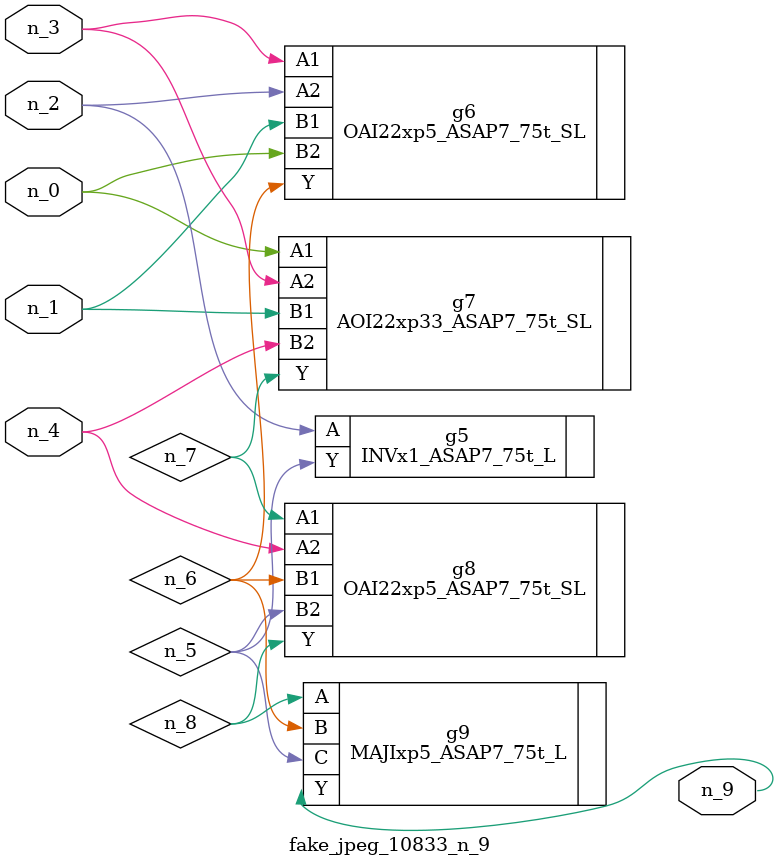
<source format=v>
module fake_jpeg_10833_n_9 (n_3, n_2, n_1, n_0, n_4, n_9);

input n_3;
input n_2;
input n_1;
input n_0;
input n_4;

output n_9;

wire n_8;
wire n_6;
wire n_5;
wire n_7;

INVx1_ASAP7_75t_L g5 ( 
.A(n_2),
.Y(n_5)
);

OAI22xp5_ASAP7_75t_SL g6 ( 
.A1(n_3),
.A2(n_2),
.B1(n_1),
.B2(n_0),
.Y(n_6)
);

AOI22xp33_ASAP7_75t_SL g7 ( 
.A1(n_0),
.A2(n_3),
.B1(n_1),
.B2(n_4),
.Y(n_7)
);

OAI22xp5_ASAP7_75t_SL g8 ( 
.A1(n_7),
.A2(n_4),
.B1(n_6),
.B2(n_5),
.Y(n_8)
);

MAJIxp5_ASAP7_75t_L g9 ( 
.A(n_8),
.B(n_6),
.C(n_5),
.Y(n_9)
);


endmodule
</source>
